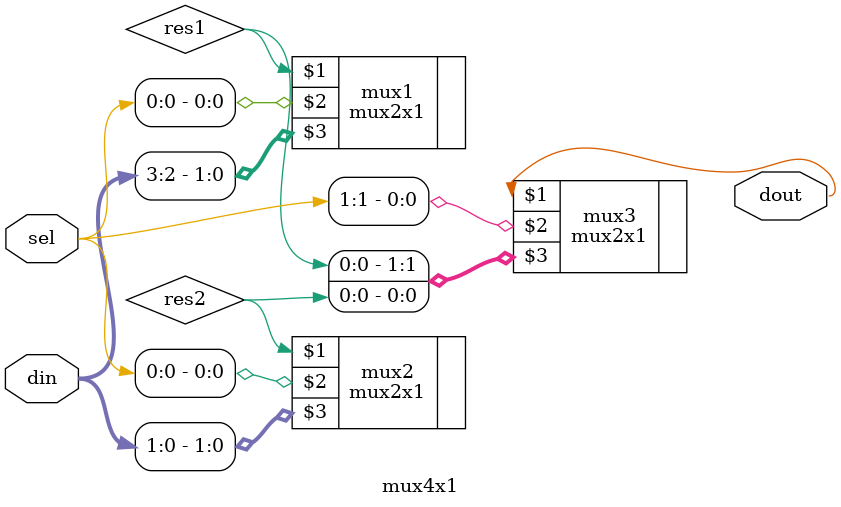
<source format=v>
`include "mux2x1.v"
module mux4x1(output dout, input[1:0] sel, input[3:0] din);
  wire res1, res2;
  mux2x1 mux1(res1, sel[0], din[3:2]);
  mux2x1 mux2(res2, sel[0], din[1:0]);
  mux2x1 mux3(dout, sel[1], {res1, res2});
endmodule
</source>
